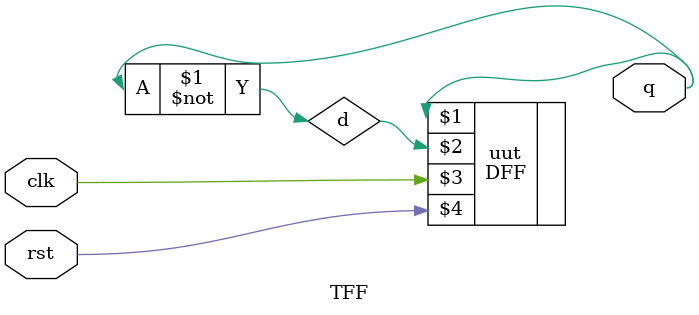
<source format=v>
`include "DFF.v"

module TFF(q,clk,rst);
input clk,rst;
output q;
wire d;
    DFF uut(q,d,clk,rst);
    not(d,q);    
endmodule
</source>
